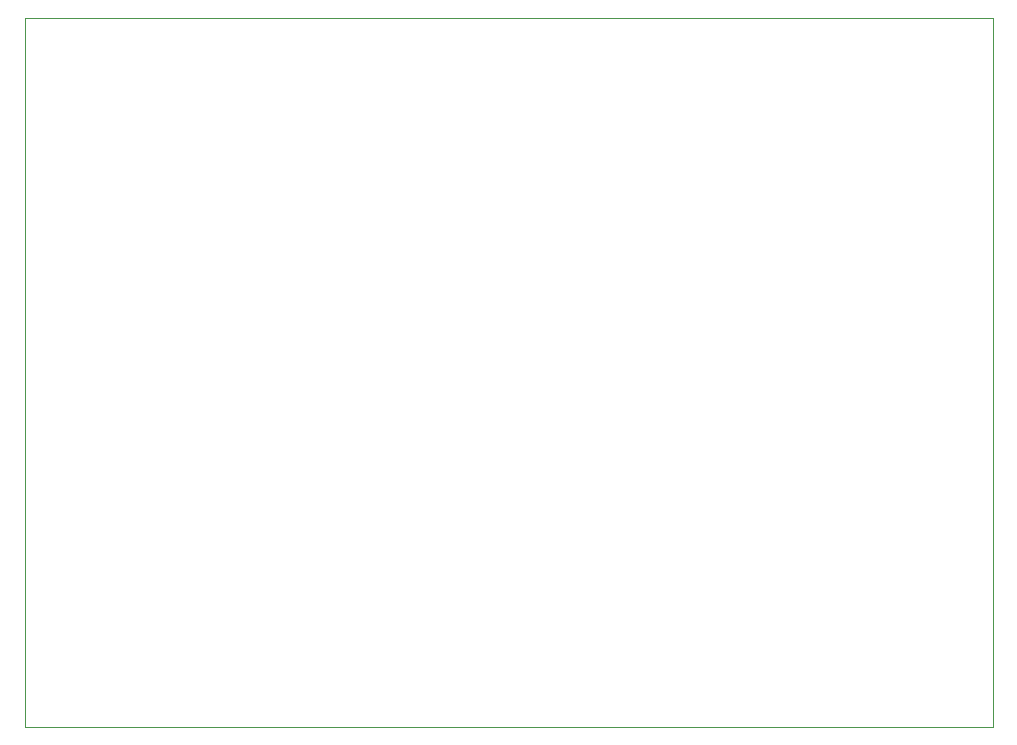
<source format=gbr>
%TF.GenerationSoftware,KiCad,Pcbnew,(5.1.2-1)-1*%
%TF.CreationDate,2022-01-27T07:40:46-05:00*%
%TF.ProjectId,project1-Juan,70726f6a-6563-4743-912d-4a75616e2e6b,rev?*%
%TF.SameCoordinates,Original*%
%TF.FileFunction,Profile,NP*%
%FSLAX46Y46*%
G04 Gerber Fmt 4.6, Leading zero omitted, Abs format (unit mm)*
G04 Created by KiCad (PCBNEW (5.1.2-1)-1) date 2022-01-27 07:40:46*
%MOMM*%
%LPD*%
G04 APERTURE LIST*
%ADD10C,0.050000*%
G04 APERTURE END LIST*
D10*
X72000000Y-104000000D02*
X154000000Y-104000000D01*
X72000000Y-104000000D02*
X72000000Y-164000000D01*
X72000000Y-164000000D02*
X154000000Y-164000000D01*
X154000000Y-104000000D02*
X154000000Y-164000000D01*
M02*

</source>
